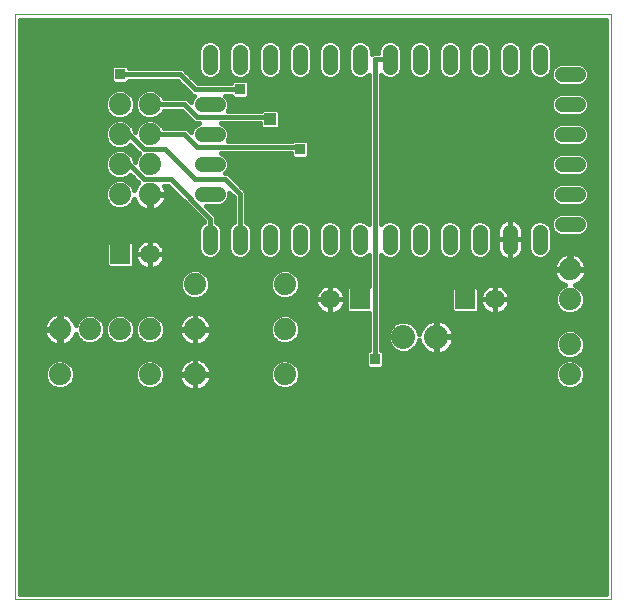
<source format=gbl>
G75*
%MOIN*%
%OFA0B0*%
%FSLAX25Y25*%
%IPPOS*%
%LPD*%
%AMOC8*
5,1,8,0,0,1.08239X$1,22.5*
%
%ADD10C,0.00000*%
%ADD11R,0.06500X0.06500*%
%ADD12C,0.06500*%
%ADD13C,0.07400*%
%ADD14C,0.05150*%
%ADD15C,0.08000*%
%ADD16C,0.01600*%
%ADD17R,0.03562X0.03562*%
%ADD18R,0.04134X0.04134*%
D10*
X0006800Y0006800D02*
X0006800Y0201761D01*
X0205501Y0201761D01*
X0205501Y0006800D01*
X0006800Y0006800D01*
D11*
X0121721Y0106800D03*
X0156879Y0106800D03*
X0041879Y0121800D03*
D12*
X0051721Y0121800D03*
X0111879Y0106800D03*
X0166721Y0106800D03*
D13*
X0191800Y0106800D03*
X0191800Y0116800D03*
X0191800Y0091800D03*
X0191800Y0081800D03*
X0096800Y0081800D03*
X0096800Y0096800D03*
X0096800Y0111800D03*
X0066800Y0111800D03*
X0066800Y0096800D03*
X0066800Y0081800D03*
X0051800Y0081800D03*
X0051800Y0096800D03*
X0041800Y0096800D03*
X0031800Y0096800D03*
X0021800Y0096800D03*
X0021800Y0081800D03*
X0041800Y0141800D03*
X0041800Y0151800D03*
X0041800Y0161800D03*
X0041800Y0171800D03*
X0051800Y0171800D03*
X0051800Y0161800D03*
X0051800Y0151800D03*
X0051800Y0141800D03*
D14*
X0069225Y0141800D02*
X0074375Y0141800D01*
X0074375Y0151800D02*
X0069225Y0151800D01*
X0069225Y0161800D02*
X0074375Y0161800D01*
X0074375Y0171800D02*
X0069225Y0171800D01*
X0071800Y0184225D02*
X0071800Y0189375D01*
X0081800Y0189375D02*
X0081800Y0184225D01*
X0091800Y0184225D02*
X0091800Y0189375D01*
X0101800Y0189375D02*
X0101800Y0184225D01*
X0111800Y0184225D02*
X0111800Y0189375D01*
X0121800Y0189375D02*
X0121800Y0184225D01*
X0131800Y0184225D02*
X0131800Y0189375D01*
X0141800Y0189375D02*
X0141800Y0184225D01*
X0151800Y0184225D02*
X0151800Y0189375D01*
X0161800Y0189375D02*
X0161800Y0184225D01*
X0171800Y0184225D02*
X0171800Y0189375D01*
X0181800Y0189375D02*
X0181800Y0184225D01*
X0189225Y0181800D02*
X0194375Y0181800D01*
X0194375Y0171800D02*
X0189225Y0171800D01*
X0189225Y0161800D02*
X0194375Y0161800D01*
X0194375Y0151800D02*
X0189225Y0151800D01*
X0189225Y0141800D02*
X0194375Y0141800D01*
X0194375Y0131800D02*
X0189225Y0131800D01*
X0181800Y0129375D02*
X0181800Y0124225D01*
X0171800Y0124225D02*
X0171800Y0129375D01*
X0161800Y0129375D02*
X0161800Y0124225D01*
X0151800Y0124225D02*
X0151800Y0129375D01*
X0141800Y0129375D02*
X0141800Y0124225D01*
X0131800Y0124225D02*
X0131800Y0129375D01*
X0121800Y0129375D02*
X0121800Y0124225D01*
X0111800Y0124225D02*
X0111800Y0129375D01*
X0101800Y0129375D02*
X0101800Y0124225D01*
X0091800Y0124225D02*
X0091800Y0129375D01*
X0081800Y0129375D02*
X0081800Y0124225D01*
X0071800Y0124225D02*
X0071800Y0129375D01*
D15*
X0136300Y0094300D03*
X0147300Y0094300D03*
D16*
X0147500Y0094500D02*
X0147100Y0094500D01*
X0147100Y0100100D01*
X0146844Y0100100D01*
X0145942Y0099957D01*
X0145074Y0099675D01*
X0144260Y0099261D01*
X0143522Y0098724D01*
X0142876Y0098078D01*
X0142339Y0097340D01*
X0141925Y0096526D01*
X0141643Y0095658D01*
X0141596Y0095363D01*
X0140793Y0097302D01*
X0139302Y0098793D01*
X0137354Y0099600D01*
X0135246Y0099600D01*
X0133298Y0098793D01*
X0131807Y0097302D01*
X0131000Y0095354D01*
X0131000Y0093246D01*
X0131807Y0091298D01*
X0133298Y0089807D01*
X0135246Y0089000D01*
X0137354Y0089000D01*
X0139302Y0089807D01*
X0140793Y0091298D01*
X0141596Y0093236D01*
X0141643Y0092942D01*
X0141925Y0092074D01*
X0142339Y0091260D01*
X0142876Y0090522D01*
X0143522Y0089876D01*
X0144260Y0089339D01*
X0145074Y0088925D01*
X0145942Y0088643D01*
X0146844Y0088500D01*
X0147100Y0088500D01*
X0147100Y0094100D01*
X0147500Y0094100D01*
X0147500Y0094500D01*
X0153100Y0094500D01*
X0153100Y0094756D01*
X0152957Y0095658D01*
X0152675Y0096526D01*
X0152261Y0097340D01*
X0151724Y0098078D01*
X0151078Y0098724D01*
X0150340Y0099261D01*
X0149526Y0099675D01*
X0148658Y0099957D01*
X0147756Y0100100D01*
X0147500Y0100100D01*
X0147500Y0094500D01*
X0147500Y0094718D02*
X0147100Y0094718D01*
X0147500Y0094100D02*
X0153100Y0094100D01*
X0153100Y0093844D01*
X0152957Y0092942D01*
X0152675Y0092074D01*
X0152261Y0091260D01*
X0151724Y0090522D01*
X0151078Y0089876D01*
X0150340Y0089339D01*
X0149526Y0088925D01*
X0148658Y0088643D01*
X0147756Y0088500D01*
X0147500Y0088500D01*
X0147500Y0094100D01*
X0147500Y0093120D02*
X0147100Y0093120D01*
X0147100Y0091521D02*
X0147500Y0091521D01*
X0147500Y0089923D02*
X0147100Y0089923D01*
X0143475Y0089923D02*
X0139418Y0089923D01*
X0140886Y0091521D02*
X0142206Y0091521D01*
X0141615Y0093120D02*
X0141548Y0093120D01*
X0141857Y0096317D02*
X0141201Y0096317D01*
X0140180Y0097915D02*
X0142757Y0097915D01*
X0144757Y0099514D02*
X0137563Y0099514D01*
X0135037Y0099514D02*
X0128900Y0099514D01*
X0128900Y0101112D02*
X0203701Y0101112D01*
X0203701Y0099514D02*
X0149843Y0099514D01*
X0147500Y0099514D02*
X0147100Y0099514D01*
X0147100Y0097915D02*
X0147500Y0097915D01*
X0147500Y0096317D02*
X0147100Y0096317D01*
X0151843Y0097915D02*
X0203701Y0097915D01*
X0203701Y0096317D02*
X0193961Y0096317D01*
X0194632Y0096039D02*
X0192795Y0096800D01*
X0190805Y0096800D01*
X0188968Y0096039D01*
X0187561Y0094632D01*
X0186800Y0092795D01*
X0186800Y0090805D01*
X0187561Y0088968D01*
X0188968Y0087561D01*
X0190805Y0086800D01*
X0192795Y0086800D01*
X0194632Y0087561D01*
X0196039Y0088968D01*
X0196800Y0090805D01*
X0196800Y0092795D01*
X0196039Y0094632D01*
X0194632Y0096039D01*
X0195953Y0094718D02*
X0203701Y0094718D01*
X0203701Y0093120D02*
X0196665Y0093120D01*
X0196800Y0091521D02*
X0203701Y0091521D01*
X0203701Y0089923D02*
X0196434Y0089923D01*
X0195395Y0088324D02*
X0203701Y0088324D01*
X0203701Y0086726D02*
X0192974Y0086726D01*
X0192795Y0086800D02*
X0190805Y0086800D01*
X0188968Y0086039D01*
X0187561Y0084632D01*
X0186800Y0082795D01*
X0186800Y0080805D01*
X0187561Y0078968D01*
X0188968Y0077561D01*
X0190805Y0076800D01*
X0192795Y0076800D01*
X0194632Y0077561D01*
X0196039Y0078968D01*
X0196800Y0080805D01*
X0196800Y0082795D01*
X0196039Y0084632D01*
X0194632Y0086039D01*
X0192795Y0086800D01*
X0190626Y0086726D02*
X0129881Y0086726D01*
X0129881Y0088324D02*
X0188205Y0088324D01*
X0187166Y0089923D02*
X0151125Y0089923D01*
X0152394Y0091521D02*
X0186800Y0091521D01*
X0186935Y0093120D02*
X0152985Y0093120D01*
X0153100Y0094718D02*
X0187647Y0094718D01*
X0189639Y0096317D02*
X0152743Y0096317D01*
X0153090Y0102250D02*
X0160667Y0102250D01*
X0161429Y0103012D01*
X0161429Y0110588D01*
X0160667Y0111350D01*
X0153090Y0111350D01*
X0152329Y0110588D01*
X0152329Y0103012D01*
X0153090Y0102250D01*
X0152630Y0102711D02*
X0128900Y0102711D01*
X0128900Y0104309D02*
X0152329Y0104309D01*
X0152329Y0105908D02*
X0128900Y0105908D01*
X0128900Y0107506D02*
X0152329Y0107506D01*
X0152329Y0109105D02*
X0128900Y0109105D01*
X0128900Y0110703D02*
X0152444Y0110703D01*
X0161314Y0110703D02*
X0163502Y0110703D01*
X0163431Y0110652D02*
X0164074Y0111119D01*
X0164783Y0111480D01*
X0165539Y0111726D01*
X0166324Y0111850D01*
X0166721Y0111850D01*
X0166721Y0106800D01*
X0166721Y0106800D01*
X0161671Y0106800D01*
X0161671Y0106403D01*
X0161796Y0105617D01*
X0162041Y0104861D01*
X0162402Y0104153D01*
X0162869Y0103510D01*
X0163431Y0102948D01*
X0164074Y0102481D01*
X0164783Y0102120D01*
X0165539Y0101874D01*
X0166324Y0101750D01*
X0166721Y0101750D01*
X0166721Y0106800D01*
X0161671Y0106800D01*
X0161671Y0107197D01*
X0161796Y0107983D01*
X0162041Y0108739D01*
X0162402Y0109447D01*
X0162869Y0110090D01*
X0163431Y0110652D01*
X0162228Y0109105D02*
X0161429Y0109105D01*
X0161429Y0107506D02*
X0161720Y0107506D01*
X0161750Y0105908D02*
X0161429Y0105908D01*
X0161429Y0104309D02*
X0162323Y0104309D01*
X0161128Y0102711D02*
X0163758Y0102711D01*
X0166721Y0102711D02*
X0166721Y0102711D01*
X0166721Y0101750D02*
X0167119Y0101750D01*
X0167904Y0101874D01*
X0168660Y0102120D01*
X0169368Y0102481D01*
X0170011Y0102948D01*
X0170573Y0103510D01*
X0171040Y0104153D01*
X0171401Y0104861D01*
X0171647Y0105617D01*
X0171771Y0106403D01*
X0171771Y0106800D01*
X0171771Y0107197D01*
X0171647Y0107983D01*
X0171401Y0108739D01*
X0171040Y0109447D01*
X0170573Y0110090D01*
X0170011Y0110652D01*
X0169368Y0111119D01*
X0168660Y0111480D01*
X0167904Y0111726D01*
X0167119Y0111850D01*
X0166721Y0111850D01*
X0166721Y0106800D01*
X0166721Y0106800D01*
X0166721Y0106800D01*
X0166721Y0101750D01*
X0166721Y0104309D02*
X0166721Y0104309D01*
X0166721Y0105908D02*
X0166721Y0105908D01*
X0166721Y0106800D02*
X0166721Y0106800D01*
X0171771Y0106800D01*
X0166721Y0106800D01*
X0166721Y0107506D02*
X0166721Y0107506D01*
X0166721Y0109105D02*
X0166721Y0109105D01*
X0166721Y0110703D02*
X0166721Y0110703D01*
X0169940Y0110703D02*
X0188632Y0110703D01*
X0188968Y0111039D02*
X0187561Y0109632D01*
X0186800Y0107795D01*
X0186800Y0105805D01*
X0187561Y0103968D01*
X0188968Y0102561D01*
X0190805Y0101800D01*
X0192795Y0101800D01*
X0194632Y0102561D01*
X0196039Y0103968D01*
X0196800Y0105805D01*
X0196800Y0107795D01*
X0196039Y0109632D01*
X0194632Y0111039D01*
X0193417Y0111542D01*
X0193911Y0111703D01*
X0194683Y0112096D01*
X0195383Y0112605D01*
X0195995Y0113217D01*
X0196504Y0113917D01*
X0196897Y0114689D01*
X0197165Y0115512D01*
X0197300Y0116367D01*
X0197300Y0116600D01*
X0192000Y0116600D01*
X0192000Y0117000D01*
X0197300Y0117000D01*
X0197300Y0117233D01*
X0197165Y0118088D01*
X0196897Y0118911D01*
X0196504Y0119683D01*
X0195995Y0120383D01*
X0195383Y0120995D01*
X0194683Y0121504D01*
X0193911Y0121897D01*
X0193088Y0122165D01*
X0192233Y0122300D01*
X0192000Y0122300D01*
X0192000Y0117000D01*
X0191600Y0117000D01*
X0191600Y0122300D01*
X0191367Y0122300D01*
X0190512Y0122165D01*
X0189689Y0121897D01*
X0188917Y0121504D01*
X0188217Y0120995D01*
X0187605Y0120383D01*
X0187096Y0119683D01*
X0186703Y0118911D01*
X0186435Y0118088D01*
X0186300Y0117233D01*
X0186300Y0117000D01*
X0191600Y0117000D01*
X0191600Y0116600D01*
X0186300Y0116600D01*
X0186300Y0116367D01*
X0186435Y0115512D01*
X0186703Y0114689D01*
X0187096Y0113917D01*
X0187605Y0113217D01*
X0188217Y0112605D01*
X0188917Y0112096D01*
X0189689Y0111703D01*
X0190183Y0111542D01*
X0188968Y0111039D01*
X0188634Y0112302D02*
X0128900Y0112302D01*
X0128900Y0113900D02*
X0187108Y0113900D01*
X0186440Y0115499D02*
X0128900Y0115499D01*
X0128900Y0117097D02*
X0186300Y0117097D01*
X0186633Y0118696D02*
X0128900Y0118696D01*
X0128900Y0120294D02*
X0169878Y0120294D01*
X0170121Y0120171D02*
X0170776Y0119958D01*
X0171456Y0119850D01*
X0171800Y0119850D01*
X0171800Y0126800D01*
X0171800Y0126800D01*
X0171800Y0133750D01*
X0171456Y0133750D01*
X0170776Y0133642D01*
X0170121Y0133429D01*
X0169507Y0133116D01*
X0168950Y0132712D01*
X0168463Y0132225D01*
X0168058Y0131668D01*
X0167746Y0131054D01*
X0167533Y0130399D01*
X0167425Y0129719D01*
X0167425Y0126800D01*
X0171800Y0126800D01*
X0176175Y0126800D01*
X0176175Y0129719D01*
X0176067Y0130399D01*
X0175854Y0131054D01*
X0175542Y0131668D01*
X0175137Y0132225D01*
X0174650Y0132712D01*
X0174093Y0133116D01*
X0173479Y0133429D01*
X0172824Y0133642D01*
X0172144Y0133750D01*
X0171800Y0133750D01*
X0171800Y0126800D01*
X0171800Y0126800D01*
X0171800Y0126800D01*
X0176175Y0126800D01*
X0176175Y0123881D01*
X0176067Y0123201D01*
X0175854Y0122546D01*
X0175542Y0121932D01*
X0175137Y0121375D01*
X0174650Y0120888D01*
X0174093Y0120484D01*
X0173479Y0120171D01*
X0172824Y0119958D01*
X0172144Y0119850D01*
X0171800Y0119850D01*
X0171800Y0126800D01*
X0171800Y0126800D01*
X0167425Y0126800D01*
X0167425Y0123881D01*
X0167533Y0123201D01*
X0167746Y0122546D01*
X0168058Y0121932D01*
X0168463Y0121375D01*
X0168950Y0120888D01*
X0169507Y0120484D01*
X0170121Y0120171D01*
X0171800Y0120294D02*
X0171800Y0120294D01*
X0171800Y0121893D02*
X0171800Y0121893D01*
X0171800Y0123491D02*
X0171800Y0123491D01*
X0171800Y0125090D02*
X0171800Y0125090D01*
X0171800Y0126688D02*
X0171800Y0126688D01*
X0171800Y0128287D02*
X0171800Y0128287D01*
X0171800Y0129885D02*
X0171800Y0129885D01*
X0171800Y0131484D02*
X0171800Y0131484D01*
X0171800Y0133082D02*
X0171800Y0133082D01*
X0169460Y0133082D02*
X0162974Y0133082D01*
X0162571Y0133250D02*
X0161029Y0133250D01*
X0159605Y0132660D01*
X0158515Y0131570D01*
X0157925Y0130146D01*
X0157925Y0123454D01*
X0158515Y0122030D01*
X0159605Y0120940D01*
X0161029Y0120350D01*
X0162571Y0120350D01*
X0163995Y0120940D01*
X0165085Y0122030D01*
X0165675Y0123454D01*
X0165675Y0130146D01*
X0165085Y0131570D01*
X0163995Y0132660D01*
X0162571Y0133250D01*
X0160626Y0133082D02*
X0152974Y0133082D01*
X0152571Y0133250D02*
X0151029Y0133250D01*
X0149605Y0132660D01*
X0148515Y0131570D01*
X0147925Y0130146D01*
X0147925Y0123454D01*
X0148515Y0122030D01*
X0149605Y0120940D01*
X0151029Y0120350D01*
X0152571Y0120350D01*
X0153995Y0120940D01*
X0155085Y0122030D01*
X0155675Y0123454D01*
X0155675Y0130146D01*
X0155085Y0131570D01*
X0153995Y0132660D01*
X0152571Y0133250D01*
X0150626Y0133082D02*
X0142974Y0133082D01*
X0142571Y0133250D02*
X0141029Y0133250D01*
X0139605Y0132660D01*
X0138515Y0131570D01*
X0137925Y0130146D01*
X0137925Y0123454D01*
X0138515Y0122030D01*
X0139605Y0120940D01*
X0141029Y0120350D01*
X0142571Y0120350D01*
X0143995Y0120940D01*
X0145085Y0122030D01*
X0145675Y0123454D01*
X0145675Y0130146D01*
X0145085Y0131570D01*
X0143995Y0132660D01*
X0142571Y0133250D01*
X0140626Y0133082D02*
X0132974Y0133082D01*
X0132571Y0133250D02*
X0131029Y0133250D01*
X0129605Y0132660D01*
X0128900Y0131955D01*
X0128900Y0181645D01*
X0129605Y0180940D01*
X0131029Y0180350D01*
X0132571Y0180350D01*
X0133995Y0180940D01*
X0135085Y0182030D01*
X0135675Y0183454D01*
X0135675Y0190146D01*
X0135085Y0191570D01*
X0133995Y0192660D01*
X0132571Y0193250D01*
X0131029Y0193250D01*
X0129605Y0192660D01*
X0128515Y0191570D01*
X0127925Y0190146D01*
X0127925Y0188900D01*
X0125930Y0188900D01*
X0125675Y0188645D01*
X0125675Y0190146D01*
X0125085Y0191570D01*
X0123995Y0192660D01*
X0122571Y0193250D01*
X0121029Y0193250D01*
X0119605Y0192660D01*
X0118515Y0191570D01*
X0117925Y0190146D01*
X0117925Y0183454D01*
X0118515Y0182030D01*
X0119605Y0180940D01*
X0121029Y0180350D01*
X0122571Y0180350D01*
X0123995Y0180940D01*
X0124700Y0181645D01*
X0124700Y0131955D01*
X0123995Y0132660D01*
X0122571Y0133250D01*
X0121029Y0133250D01*
X0119605Y0132660D01*
X0118515Y0131570D01*
X0117925Y0130146D01*
X0117925Y0123454D01*
X0118515Y0122030D01*
X0119605Y0120940D01*
X0121029Y0120350D01*
X0122571Y0120350D01*
X0123995Y0120940D01*
X0124700Y0121645D01*
X0124700Y0111350D01*
X0117933Y0111350D01*
X0117171Y0110588D01*
X0117171Y0103012D01*
X0117933Y0102250D01*
X0124700Y0102250D01*
X0124700Y0089881D01*
X0124480Y0089881D01*
X0123719Y0089120D01*
X0123719Y0084480D01*
X0124480Y0083719D01*
X0129120Y0083719D01*
X0129881Y0084480D01*
X0129881Y0089120D01*
X0129120Y0089881D01*
X0128900Y0089881D01*
X0128900Y0121645D01*
X0129605Y0120940D01*
X0131029Y0120350D01*
X0132571Y0120350D01*
X0133995Y0120940D01*
X0135085Y0122030D01*
X0135675Y0123454D01*
X0135675Y0130146D01*
X0135085Y0131570D01*
X0133995Y0132660D01*
X0132571Y0133250D01*
X0130626Y0133082D02*
X0128900Y0133082D01*
X0128900Y0134681D02*
X0186626Y0134681D01*
X0187030Y0135085D02*
X0185940Y0133995D01*
X0185350Y0132571D01*
X0185350Y0131029D01*
X0185940Y0129605D01*
X0187030Y0128515D01*
X0188454Y0127925D01*
X0195146Y0127925D01*
X0196570Y0128515D01*
X0197660Y0129605D01*
X0198250Y0131029D01*
X0198250Y0132571D01*
X0197660Y0133995D01*
X0196570Y0135085D01*
X0195146Y0135675D01*
X0188454Y0135675D01*
X0187030Y0135085D01*
X0185562Y0133082D02*
X0182974Y0133082D01*
X0182571Y0133250D02*
X0181029Y0133250D01*
X0179605Y0132660D01*
X0178515Y0131570D01*
X0177925Y0130146D01*
X0177925Y0123454D01*
X0178515Y0122030D01*
X0179605Y0120940D01*
X0181029Y0120350D01*
X0182571Y0120350D01*
X0183995Y0120940D01*
X0185085Y0122030D01*
X0185675Y0123454D01*
X0185675Y0130146D01*
X0185085Y0131570D01*
X0183995Y0132660D01*
X0182571Y0133250D01*
X0180626Y0133082D02*
X0174140Y0133082D01*
X0175635Y0131484D02*
X0178480Y0131484D01*
X0177925Y0129885D02*
X0176148Y0129885D01*
X0176175Y0128287D02*
X0177925Y0128287D01*
X0177925Y0126688D02*
X0176175Y0126688D01*
X0176175Y0125090D02*
X0177925Y0125090D01*
X0177925Y0123491D02*
X0176113Y0123491D01*
X0175513Y0121893D02*
X0178653Y0121893D01*
X0173722Y0120294D02*
X0187540Y0120294D01*
X0189680Y0121893D02*
X0184947Y0121893D01*
X0185675Y0123491D02*
X0203701Y0123491D01*
X0203701Y0121893D02*
X0193920Y0121893D01*
X0192000Y0121893D02*
X0191600Y0121893D01*
X0191600Y0120294D02*
X0192000Y0120294D01*
X0192000Y0118696D02*
X0191600Y0118696D01*
X0191600Y0117097D02*
X0192000Y0117097D01*
X0196060Y0120294D02*
X0203701Y0120294D01*
X0203701Y0118696D02*
X0196967Y0118696D01*
X0197300Y0117097D02*
X0203701Y0117097D01*
X0203701Y0115499D02*
X0197160Y0115499D01*
X0196492Y0113900D02*
X0203701Y0113900D01*
X0203701Y0112302D02*
X0194966Y0112302D01*
X0194968Y0110703D02*
X0203701Y0110703D01*
X0203701Y0109105D02*
X0196257Y0109105D01*
X0196800Y0107506D02*
X0203701Y0107506D01*
X0203701Y0105908D02*
X0196800Y0105908D01*
X0196180Y0104309D02*
X0203701Y0104309D01*
X0203701Y0102711D02*
X0194782Y0102711D01*
X0188818Y0102711D02*
X0169684Y0102711D01*
X0171120Y0104309D02*
X0187420Y0104309D01*
X0186800Y0105908D02*
X0171693Y0105908D01*
X0171722Y0107506D02*
X0186800Y0107506D01*
X0187343Y0109105D02*
X0171215Y0109105D01*
X0168087Y0121893D02*
X0164947Y0121893D01*
X0165675Y0123491D02*
X0167487Y0123491D01*
X0167425Y0125090D02*
X0165675Y0125090D01*
X0165675Y0126688D02*
X0167425Y0126688D01*
X0167425Y0128287D02*
X0165675Y0128287D01*
X0165675Y0129885D02*
X0167452Y0129885D01*
X0167965Y0131484D02*
X0165120Y0131484D01*
X0158480Y0131484D02*
X0155120Y0131484D01*
X0155675Y0129885D02*
X0157925Y0129885D01*
X0157925Y0128287D02*
X0155675Y0128287D01*
X0155675Y0126688D02*
X0157925Y0126688D01*
X0157925Y0125090D02*
X0155675Y0125090D01*
X0155675Y0123491D02*
X0157925Y0123491D01*
X0158653Y0121893D02*
X0154947Y0121893D01*
X0148653Y0121893D02*
X0144947Y0121893D01*
X0145675Y0123491D02*
X0147925Y0123491D01*
X0147925Y0125090D02*
X0145675Y0125090D01*
X0145675Y0126688D02*
X0147925Y0126688D01*
X0147925Y0128287D02*
X0145675Y0128287D01*
X0145675Y0129885D02*
X0147925Y0129885D01*
X0148480Y0131484D02*
X0145120Y0131484D01*
X0138480Y0131484D02*
X0135120Y0131484D01*
X0135675Y0129885D02*
X0137925Y0129885D01*
X0137925Y0128287D02*
X0135675Y0128287D01*
X0135675Y0126688D02*
X0137925Y0126688D01*
X0137925Y0125090D02*
X0135675Y0125090D01*
X0135675Y0123491D02*
X0137925Y0123491D01*
X0138653Y0121893D02*
X0134947Y0121893D01*
X0124700Y0120294D02*
X0056542Y0120294D01*
X0056647Y0120617D02*
X0056771Y0121403D01*
X0056771Y0121800D01*
X0056771Y0122197D01*
X0056647Y0122983D01*
X0056401Y0123739D01*
X0056040Y0124447D01*
X0055573Y0125090D01*
X0055011Y0125652D01*
X0054368Y0126119D01*
X0053660Y0126480D01*
X0052904Y0126726D01*
X0052119Y0126850D01*
X0051721Y0126850D01*
X0051324Y0126850D01*
X0050539Y0126726D01*
X0049783Y0126480D01*
X0049074Y0126119D01*
X0048431Y0125652D01*
X0047869Y0125090D01*
X0046429Y0125090D01*
X0046429Y0125588D02*
X0045667Y0126350D01*
X0038090Y0126350D01*
X0037329Y0125588D01*
X0037329Y0118012D01*
X0038090Y0117250D01*
X0045667Y0117250D01*
X0046429Y0118012D01*
X0046429Y0125588D01*
X0047402Y0124447D02*
X0047041Y0123739D01*
X0046796Y0122983D01*
X0046671Y0122197D01*
X0046671Y0121800D01*
X0046671Y0121403D01*
X0046796Y0120617D01*
X0047041Y0119861D01*
X0047402Y0119153D01*
X0047869Y0118510D01*
X0048431Y0117948D01*
X0049074Y0117481D01*
X0049783Y0117120D01*
X0050539Y0116874D01*
X0051324Y0116750D01*
X0051721Y0116750D01*
X0051721Y0121800D01*
X0051721Y0121800D01*
X0046671Y0121800D01*
X0051721Y0121800D01*
X0051721Y0121800D01*
X0051721Y0126850D01*
X0051721Y0121800D01*
X0051721Y0121800D01*
X0051721Y0116750D01*
X0052119Y0116750D01*
X0052904Y0116874D01*
X0053660Y0117120D01*
X0054368Y0117481D01*
X0055011Y0117948D01*
X0055573Y0118510D01*
X0056040Y0119153D01*
X0056401Y0119861D01*
X0056647Y0120617D01*
X0056771Y0121800D02*
X0051721Y0121800D01*
X0056771Y0121800D01*
X0056771Y0121893D02*
X0068653Y0121893D01*
X0068515Y0122030D02*
X0069605Y0120940D01*
X0071029Y0120350D01*
X0072571Y0120350D01*
X0073995Y0120940D01*
X0075085Y0122030D01*
X0075675Y0123454D01*
X0075675Y0130146D01*
X0075085Y0131570D01*
X0073995Y0132660D01*
X0073900Y0132699D01*
X0073900Y0134615D01*
X0070590Y0137925D01*
X0075146Y0137925D01*
X0076570Y0138515D01*
X0077660Y0139605D01*
X0078250Y0141029D01*
X0078250Y0142381D01*
X0079700Y0140930D01*
X0079700Y0132699D01*
X0079605Y0132660D01*
X0078515Y0131570D01*
X0077925Y0130146D01*
X0077925Y0123454D01*
X0078515Y0122030D01*
X0079605Y0120940D01*
X0081029Y0120350D01*
X0082571Y0120350D01*
X0083995Y0120940D01*
X0085085Y0122030D01*
X0085675Y0123454D01*
X0085675Y0130146D01*
X0085085Y0131570D01*
X0083995Y0132660D01*
X0083900Y0132699D01*
X0083900Y0142670D01*
X0082670Y0143900D01*
X0077670Y0148900D01*
X0076955Y0148900D01*
X0077660Y0149605D01*
X0078250Y0151029D01*
X0078250Y0152571D01*
X0077660Y0153995D01*
X0076570Y0155085D01*
X0075507Y0155525D01*
X0098719Y0155525D01*
X0098719Y0154480D01*
X0099480Y0153719D01*
X0104120Y0153719D01*
X0104881Y0154480D01*
X0104881Y0159120D01*
X0104120Y0159881D01*
X0099480Y0159881D01*
X0099325Y0159725D01*
X0077709Y0159725D01*
X0078250Y0161029D01*
X0078250Y0162571D01*
X0077660Y0163995D01*
X0076570Y0165085D01*
X0075507Y0165525D01*
X0088433Y0165525D01*
X0088433Y0164195D01*
X0089195Y0163433D01*
X0094405Y0163433D01*
X0095167Y0164195D01*
X0095167Y0169405D01*
X0094405Y0170167D01*
X0089195Y0170167D01*
X0088753Y0169725D01*
X0077709Y0169725D01*
X0078250Y0171029D01*
X0078250Y0172571D01*
X0077660Y0173995D01*
X0076955Y0174700D01*
X0078719Y0174700D01*
X0078719Y0174480D01*
X0079480Y0173719D01*
X0084120Y0173719D01*
X0084881Y0174480D01*
X0084881Y0179120D01*
X0084120Y0179881D01*
X0079480Y0179881D01*
X0078719Y0179120D01*
X0078719Y0178900D01*
X0067670Y0178900D01*
X0062670Y0183900D01*
X0044881Y0183900D01*
X0044881Y0184120D01*
X0044120Y0184881D01*
X0039480Y0184881D01*
X0038719Y0184120D01*
X0038719Y0179480D01*
X0039480Y0178719D01*
X0044120Y0178719D01*
X0044881Y0179480D01*
X0044881Y0179700D01*
X0060930Y0179700D01*
X0064700Y0175930D01*
X0065930Y0174700D01*
X0066645Y0174700D01*
X0065940Y0173995D01*
X0065400Y0172691D01*
X0064191Y0173900D01*
X0056342Y0173900D01*
X0056039Y0174632D01*
X0054632Y0176039D01*
X0052795Y0176800D01*
X0050805Y0176800D01*
X0048968Y0176039D01*
X0047561Y0174632D01*
X0046800Y0172795D01*
X0046800Y0170805D01*
X0047561Y0168968D01*
X0048968Y0167561D01*
X0050805Y0166800D01*
X0048968Y0166039D01*
X0047561Y0164632D01*
X0046800Y0162795D01*
X0046039Y0164632D01*
X0044632Y0166039D01*
X0042795Y0166800D01*
X0040805Y0166800D01*
X0038968Y0166039D01*
X0037561Y0164632D01*
X0036800Y0162795D01*
X0036800Y0160805D01*
X0037561Y0158968D01*
X0038968Y0157561D01*
X0040805Y0156800D01*
X0038968Y0156039D01*
X0037561Y0154632D01*
X0036800Y0152795D01*
X0036800Y0150805D01*
X0037561Y0148968D01*
X0038968Y0147561D01*
X0040805Y0146800D01*
X0038968Y0146039D01*
X0037561Y0144632D01*
X0036800Y0142795D01*
X0036800Y0140805D01*
X0037561Y0138968D01*
X0038968Y0137561D01*
X0040805Y0136800D01*
X0042795Y0136800D01*
X0044632Y0137561D01*
X0046039Y0138968D01*
X0046542Y0140183D01*
X0046703Y0139689D01*
X0047096Y0138917D01*
X0047605Y0138217D01*
X0048217Y0137605D01*
X0048917Y0137096D01*
X0049689Y0136703D01*
X0050512Y0136435D01*
X0051367Y0136300D01*
X0051600Y0136300D01*
X0051600Y0141600D01*
X0052000Y0141600D01*
X0052000Y0142000D01*
X0057300Y0142000D01*
X0057300Y0142233D01*
X0057165Y0143088D01*
X0056897Y0143911D01*
X0056504Y0144683D01*
X0056491Y0144700D01*
X0057876Y0144700D01*
X0069700Y0132876D01*
X0069700Y0132699D01*
X0069605Y0132660D01*
X0068515Y0131570D01*
X0067925Y0130146D01*
X0067925Y0123454D01*
X0068515Y0122030D01*
X0067925Y0123491D02*
X0056482Y0123491D01*
X0055573Y0125090D02*
X0067925Y0125090D01*
X0067925Y0126688D02*
X0053019Y0126688D01*
X0051721Y0126688D02*
X0051721Y0126688D01*
X0050424Y0126688D02*
X0008600Y0126688D01*
X0008600Y0125090D02*
X0037329Y0125090D01*
X0037329Y0123491D02*
X0008600Y0123491D01*
X0008600Y0121893D02*
X0037329Y0121893D01*
X0037329Y0120294D02*
X0008600Y0120294D01*
X0008600Y0118696D02*
X0037329Y0118696D01*
X0046429Y0118696D02*
X0047734Y0118696D01*
X0046901Y0120294D02*
X0046429Y0120294D01*
X0046429Y0121893D02*
X0046671Y0121893D01*
X0046429Y0123491D02*
X0046961Y0123491D01*
X0047402Y0124447D02*
X0047869Y0125090D01*
X0051721Y0125090D02*
X0051721Y0125090D01*
X0051721Y0123491D02*
X0051721Y0123491D01*
X0051721Y0121893D02*
X0051721Y0121893D01*
X0051721Y0121800D02*
X0051721Y0121800D01*
X0051721Y0120294D02*
X0051721Y0120294D01*
X0051721Y0118696D02*
X0051721Y0118696D01*
X0051721Y0117097D02*
X0051721Y0117097D01*
X0049853Y0117097D02*
X0008600Y0117097D01*
X0008600Y0115499D02*
X0063428Y0115499D01*
X0063968Y0116039D02*
X0062561Y0114632D01*
X0061800Y0112795D01*
X0061800Y0110805D01*
X0062561Y0108968D01*
X0063968Y0107561D01*
X0065805Y0106800D01*
X0067795Y0106800D01*
X0069632Y0107561D01*
X0071039Y0108968D01*
X0071800Y0110805D01*
X0071800Y0112795D01*
X0071039Y0114632D01*
X0069632Y0116039D01*
X0067795Y0116800D01*
X0065805Y0116800D01*
X0063968Y0116039D01*
X0062258Y0113900D02*
X0008600Y0113900D01*
X0008600Y0112302D02*
X0061800Y0112302D01*
X0061842Y0110703D02*
X0008600Y0110703D01*
X0008600Y0109105D02*
X0062504Y0109105D01*
X0064100Y0107506D02*
X0008600Y0107506D01*
X0008600Y0105908D02*
X0106907Y0105908D01*
X0106953Y0105617D02*
X0107199Y0104861D01*
X0107560Y0104153D01*
X0108027Y0103510D01*
X0108589Y0102948D01*
X0109232Y0102481D01*
X0109940Y0102120D01*
X0110696Y0101874D01*
X0111481Y0101750D01*
X0111879Y0101750D01*
X0112276Y0101750D01*
X0113061Y0101874D01*
X0113817Y0102120D01*
X0114526Y0102481D01*
X0115169Y0102948D01*
X0115731Y0103510D01*
X0116198Y0104153D01*
X0116559Y0104861D01*
X0116804Y0105617D01*
X0116929Y0106403D01*
X0116929Y0106800D01*
X0116929Y0107197D01*
X0116804Y0107983D01*
X0116559Y0108739D01*
X0116198Y0109447D01*
X0115731Y0110090D01*
X0115169Y0110652D01*
X0114526Y0111119D01*
X0113817Y0111480D01*
X0113061Y0111726D01*
X0112276Y0111850D01*
X0111879Y0111850D01*
X0111879Y0106800D01*
X0116929Y0106800D01*
X0111879Y0106800D01*
X0111879Y0106800D01*
X0111879Y0106800D01*
X0111879Y0101750D01*
X0111879Y0106800D01*
X0111879Y0106800D01*
X0111879Y0111850D01*
X0111481Y0111850D01*
X0110696Y0111726D01*
X0109940Y0111480D01*
X0109232Y0111119D01*
X0108589Y0110652D01*
X0108027Y0110090D01*
X0107560Y0109447D01*
X0107199Y0108739D01*
X0106953Y0107983D01*
X0106829Y0107197D01*
X0106829Y0106800D01*
X0106829Y0106403D01*
X0106953Y0105617D01*
X0106829Y0106800D02*
X0111879Y0106800D01*
X0111879Y0106800D01*
X0106829Y0106800D01*
X0106878Y0107506D02*
X0099499Y0107506D01*
X0099632Y0107561D02*
X0101039Y0108968D01*
X0101800Y0110805D01*
X0101800Y0112795D01*
X0101039Y0114632D01*
X0099632Y0116039D01*
X0097795Y0116800D01*
X0095805Y0116800D01*
X0093968Y0116039D01*
X0092561Y0114632D01*
X0091800Y0112795D01*
X0091800Y0110805D01*
X0092561Y0108968D01*
X0093968Y0107561D01*
X0095805Y0106800D01*
X0097795Y0106800D01*
X0099632Y0107561D01*
X0101096Y0109105D02*
X0107385Y0109105D01*
X0108660Y0110703D02*
X0101758Y0110703D01*
X0101800Y0112302D02*
X0124700Y0112302D01*
X0124700Y0113900D02*
X0101342Y0113900D01*
X0100172Y0115499D02*
X0124700Y0115499D01*
X0124700Y0117097D02*
X0053590Y0117097D01*
X0055708Y0118696D02*
X0124700Y0118696D01*
X0118653Y0121893D02*
X0114947Y0121893D01*
X0115085Y0122030D02*
X0115675Y0123454D01*
X0115675Y0130146D01*
X0115085Y0131570D01*
X0113995Y0132660D01*
X0112571Y0133250D01*
X0111029Y0133250D01*
X0109605Y0132660D01*
X0108515Y0131570D01*
X0107925Y0130146D01*
X0107925Y0123454D01*
X0108515Y0122030D01*
X0109605Y0120940D01*
X0111029Y0120350D01*
X0112571Y0120350D01*
X0113995Y0120940D01*
X0115085Y0122030D01*
X0115675Y0123491D02*
X0117925Y0123491D01*
X0117925Y0125090D02*
X0115675Y0125090D01*
X0115675Y0126688D02*
X0117925Y0126688D01*
X0117925Y0128287D02*
X0115675Y0128287D01*
X0115675Y0129885D02*
X0117925Y0129885D01*
X0118480Y0131484D02*
X0115120Y0131484D01*
X0112974Y0133082D02*
X0120626Y0133082D01*
X0122974Y0133082D02*
X0124700Y0133082D01*
X0124700Y0134681D02*
X0083900Y0134681D01*
X0083900Y0136279D02*
X0124700Y0136279D01*
X0124700Y0137878D02*
X0083900Y0137878D01*
X0083900Y0139476D02*
X0124700Y0139476D01*
X0124700Y0141075D02*
X0083900Y0141075D01*
X0083896Y0142673D02*
X0124700Y0142673D01*
X0124700Y0144272D02*
X0082298Y0144272D01*
X0080699Y0145870D02*
X0124700Y0145870D01*
X0124700Y0147469D02*
X0079101Y0147469D01*
X0077122Y0149068D02*
X0124700Y0149068D01*
X0124700Y0150666D02*
X0078099Y0150666D01*
X0078250Y0152265D02*
X0124700Y0152265D01*
X0124700Y0153863D02*
X0104264Y0153863D01*
X0104881Y0155462D02*
X0124700Y0155462D01*
X0124700Y0157060D02*
X0104881Y0157060D01*
X0104881Y0158659D02*
X0124700Y0158659D01*
X0124700Y0160257D02*
X0077930Y0160257D01*
X0078250Y0161856D02*
X0124700Y0161856D01*
X0124700Y0163454D02*
X0094426Y0163454D01*
X0095167Y0165053D02*
X0124700Y0165053D01*
X0124700Y0166651D02*
X0095167Y0166651D01*
X0095167Y0168250D02*
X0124700Y0168250D01*
X0124700Y0169848D02*
X0094724Y0169848D01*
X0091800Y0166800D02*
X0090975Y0167625D01*
X0067496Y0167625D01*
X0063321Y0171800D01*
X0051800Y0171800D01*
X0055321Y0168250D02*
X0063902Y0168250D01*
X0062451Y0169700D02*
X0065396Y0166755D01*
X0066626Y0165525D01*
X0068093Y0165525D01*
X0067030Y0165085D01*
X0065940Y0163995D01*
X0065400Y0162691D01*
X0064191Y0163900D01*
X0056342Y0163900D01*
X0056039Y0164632D01*
X0054632Y0166039D01*
X0052795Y0166800D01*
X0050805Y0166800D01*
X0052795Y0166800D01*
X0054632Y0167561D01*
X0056039Y0168968D01*
X0056342Y0169700D01*
X0062451Y0169700D01*
X0065500Y0166651D02*
X0053154Y0166651D01*
X0050446Y0166651D02*
X0043154Y0166651D01*
X0042795Y0166800D02*
X0044632Y0167561D01*
X0046039Y0168968D01*
X0046800Y0170805D01*
X0046800Y0172795D01*
X0046039Y0174632D01*
X0044632Y0176039D01*
X0042795Y0176800D01*
X0040805Y0176800D01*
X0038968Y0176039D01*
X0037561Y0174632D01*
X0036800Y0172795D01*
X0036800Y0170805D01*
X0037561Y0168968D01*
X0038968Y0167561D01*
X0040805Y0166800D01*
X0042795Y0166800D01*
X0045321Y0168250D02*
X0048279Y0168250D01*
X0047197Y0169848D02*
X0046403Y0169848D01*
X0046800Y0171447D02*
X0046800Y0171447D01*
X0046696Y0173045D02*
X0046904Y0173045D01*
X0047573Y0174644D02*
X0046027Y0174644D01*
X0044141Y0176242D02*
X0049459Y0176242D01*
X0054141Y0176242D02*
X0064388Y0176242D01*
X0062789Y0177841D02*
X0008600Y0177841D01*
X0008600Y0179439D02*
X0038760Y0179439D01*
X0038719Y0181038D02*
X0008600Y0181038D01*
X0008600Y0182636D02*
X0038719Y0182636D01*
X0038834Y0184235D02*
X0008600Y0184235D01*
X0008600Y0185833D02*
X0067925Y0185833D01*
X0067925Y0184235D02*
X0044766Y0184235D01*
X0041800Y0181800D02*
X0061800Y0181800D01*
X0066800Y0176800D01*
X0081800Y0176800D01*
X0084881Y0176242D02*
X0124700Y0176242D01*
X0124700Y0174644D02*
X0084881Y0174644D01*
X0084881Y0177841D02*
X0124700Y0177841D01*
X0124700Y0179439D02*
X0084561Y0179439D01*
X0083995Y0180940D02*
X0085085Y0182030D01*
X0085675Y0183454D01*
X0085675Y0190146D01*
X0085085Y0191570D01*
X0083995Y0192660D01*
X0082571Y0193250D01*
X0081029Y0193250D01*
X0079605Y0192660D01*
X0078515Y0191570D01*
X0077925Y0190146D01*
X0077925Y0183454D01*
X0078515Y0182030D01*
X0079605Y0180940D01*
X0081029Y0180350D01*
X0082571Y0180350D01*
X0083995Y0180940D01*
X0084092Y0181038D02*
X0089508Y0181038D01*
X0089605Y0180940D02*
X0088515Y0182030D01*
X0087925Y0183454D01*
X0087925Y0190146D01*
X0088515Y0191570D01*
X0089605Y0192660D01*
X0091029Y0193250D01*
X0092571Y0193250D01*
X0093995Y0192660D01*
X0095085Y0191570D01*
X0095675Y0190146D01*
X0095675Y0183454D01*
X0095085Y0182030D01*
X0093995Y0180940D01*
X0092571Y0180350D01*
X0091029Y0180350D01*
X0089605Y0180940D01*
X0088264Y0182636D02*
X0085336Y0182636D01*
X0085675Y0184235D02*
X0087925Y0184235D01*
X0087925Y0185833D02*
X0085675Y0185833D01*
X0085675Y0187432D02*
X0087925Y0187432D01*
X0087925Y0189030D02*
X0085675Y0189030D01*
X0085475Y0190629D02*
X0088125Y0190629D01*
X0089173Y0192227D02*
X0084427Y0192227D01*
X0079173Y0192227D02*
X0074427Y0192227D01*
X0073995Y0192660D02*
X0072571Y0193250D01*
X0071029Y0193250D01*
X0069605Y0192660D01*
X0068515Y0191570D01*
X0067925Y0190146D01*
X0067925Y0183454D01*
X0068515Y0182030D01*
X0069605Y0180940D01*
X0071029Y0180350D01*
X0072571Y0180350D01*
X0073995Y0180940D01*
X0075085Y0182030D01*
X0075675Y0183454D01*
X0075675Y0190146D01*
X0075085Y0191570D01*
X0073995Y0192660D01*
X0075475Y0190629D02*
X0078125Y0190629D01*
X0077925Y0189030D02*
X0075675Y0189030D01*
X0075675Y0187432D02*
X0077925Y0187432D01*
X0077925Y0185833D02*
X0075675Y0185833D01*
X0075675Y0184235D02*
X0077925Y0184235D01*
X0078264Y0182636D02*
X0075336Y0182636D01*
X0074092Y0181038D02*
X0079508Y0181038D01*
X0079039Y0179439D02*
X0067131Y0179439D01*
X0065532Y0181038D02*
X0069508Y0181038D01*
X0068264Y0182636D02*
X0063934Y0182636D01*
X0061191Y0179439D02*
X0044840Y0179439D01*
X0039459Y0176242D02*
X0008600Y0176242D01*
X0008600Y0174644D02*
X0037573Y0174644D01*
X0036904Y0173045D02*
X0008600Y0173045D01*
X0008600Y0171447D02*
X0036800Y0171447D01*
X0037197Y0169848D02*
X0008600Y0169848D01*
X0008600Y0168250D02*
X0038279Y0168250D01*
X0040446Y0166651D02*
X0008600Y0166651D01*
X0008600Y0165053D02*
X0037982Y0165053D01*
X0037073Y0163454D02*
X0008600Y0163454D01*
X0008600Y0161856D02*
X0036800Y0161856D01*
X0037027Y0160257D02*
X0008600Y0160257D01*
X0008600Y0158659D02*
X0037870Y0158659D01*
X0040178Y0157060D02*
X0008600Y0157060D01*
X0008600Y0155462D02*
X0038390Y0155462D01*
X0037243Y0153863D02*
X0008600Y0153863D01*
X0008600Y0152265D02*
X0036800Y0152265D01*
X0036858Y0150666D02*
X0008600Y0150666D01*
X0008600Y0149068D02*
X0037520Y0149068D01*
X0039190Y0147469D02*
X0008600Y0147469D01*
X0008600Y0145870D02*
X0038799Y0145870D01*
X0037412Y0144272D02*
X0008600Y0144272D01*
X0008600Y0142673D02*
X0036800Y0142673D01*
X0036800Y0141075D02*
X0008600Y0141075D01*
X0008600Y0139476D02*
X0037350Y0139476D01*
X0038651Y0137878D02*
X0008600Y0137878D01*
X0008600Y0136279D02*
X0066296Y0136279D01*
X0067895Y0134681D02*
X0008600Y0134681D01*
X0008600Y0133082D02*
X0069493Y0133082D01*
X0068480Y0131484D02*
X0008600Y0131484D01*
X0008600Y0129885D02*
X0067925Y0129885D01*
X0067925Y0128287D02*
X0008600Y0128287D01*
X0008600Y0104309D02*
X0107480Y0104309D01*
X0108916Y0102711D02*
X0008600Y0102711D01*
X0008600Y0101112D02*
X0018378Y0101112D01*
X0018217Y0100995D02*
X0017605Y0100383D01*
X0017096Y0099683D01*
X0016703Y0098911D01*
X0016435Y0098088D01*
X0016300Y0097233D01*
X0016300Y0097000D01*
X0021600Y0097000D01*
X0021600Y0102300D01*
X0021367Y0102300D01*
X0020512Y0102165D01*
X0019689Y0101897D01*
X0018917Y0101504D01*
X0018217Y0100995D01*
X0017010Y0099514D02*
X0008600Y0099514D01*
X0008600Y0097915D02*
X0016408Y0097915D01*
X0016300Y0096600D02*
X0016300Y0096367D01*
X0016435Y0095512D01*
X0016703Y0094689D01*
X0017096Y0093917D01*
X0017605Y0093217D01*
X0018217Y0092605D01*
X0018917Y0092096D01*
X0019689Y0091703D01*
X0020512Y0091435D01*
X0021367Y0091300D01*
X0021600Y0091300D01*
X0021600Y0096600D01*
X0016300Y0096600D01*
X0016308Y0096317D02*
X0008600Y0096317D01*
X0008600Y0094718D02*
X0016693Y0094718D01*
X0017702Y0093120D02*
X0008600Y0093120D01*
X0008600Y0091521D02*
X0020248Y0091521D01*
X0021600Y0091521D02*
X0022000Y0091521D01*
X0022000Y0091300D02*
X0022233Y0091300D01*
X0023088Y0091435D01*
X0023911Y0091703D01*
X0024683Y0092096D01*
X0025383Y0092605D01*
X0025995Y0093217D01*
X0026504Y0093917D01*
X0026897Y0094689D01*
X0027058Y0095183D01*
X0027561Y0093968D01*
X0028968Y0092561D01*
X0030805Y0091800D01*
X0032795Y0091800D01*
X0034632Y0092561D01*
X0036039Y0093968D01*
X0036800Y0095805D01*
X0036800Y0097795D01*
X0036039Y0099632D01*
X0034632Y0101039D01*
X0032795Y0101800D01*
X0030805Y0101800D01*
X0028968Y0101039D01*
X0027561Y0099632D01*
X0027058Y0098417D01*
X0026897Y0098911D01*
X0026504Y0099683D01*
X0025995Y0100383D01*
X0025383Y0100995D01*
X0024683Y0101504D01*
X0023911Y0101897D01*
X0023088Y0102165D01*
X0022233Y0102300D01*
X0022000Y0102300D01*
X0022000Y0097000D01*
X0021600Y0097000D01*
X0021600Y0096600D01*
X0022000Y0096600D01*
X0022000Y0091300D01*
X0023352Y0091521D02*
X0065248Y0091521D01*
X0065512Y0091435D02*
X0066367Y0091300D01*
X0066714Y0091300D01*
X0066714Y0096714D01*
X0066886Y0096714D01*
X0066886Y0096886D01*
X0072300Y0096886D01*
X0072300Y0097233D01*
X0072165Y0098088D01*
X0071897Y0098911D01*
X0071504Y0099683D01*
X0070995Y0100383D01*
X0070383Y0100995D01*
X0069683Y0101504D01*
X0068911Y0101897D01*
X0068088Y0102165D01*
X0067233Y0102300D01*
X0066886Y0102300D01*
X0066886Y0096886D01*
X0066714Y0096886D01*
X0066714Y0102300D01*
X0066367Y0102300D01*
X0065512Y0102165D01*
X0064689Y0101897D01*
X0063917Y0101504D01*
X0063217Y0100995D01*
X0062605Y0100383D01*
X0062096Y0099683D01*
X0061703Y0098911D01*
X0061435Y0098088D01*
X0061300Y0097233D01*
X0061300Y0096886D01*
X0066714Y0096886D01*
X0066714Y0096714D01*
X0061300Y0096714D01*
X0061300Y0096367D01*
X0061435Y0095512D01*
X0061703Y0094689D01*
X0062096Y0093917D01*
X0062605Y0093217D01*
X0063217Y0092605D01*
X0063917Y0092096D01*
X0064689Y0091703D01*
X0065512Y0091435D01*
X0066714Y0091521D02*
X0066886Y0091521D01*
X0066886Y0091300D02*
X0067233Y0091300D01*
X0068088Y0091435D01*
X0068911Y0091703D01*
X0069683Y0092096D01*
X0070383Y0092605D01*
X0070995Y0093217D01*
X0071504Y0093917D01*
X0071897Y0094689D01*
X0072165Y0095512D01*
X0072300Y0096367D01*
X0072300Y0096714D01*
X0066886Y0096714D01*
X0066886Y0091300D01*
X0068352Y0091521D02*
X0124700Y0091521D01*
X0124700Y0089923D02*
X0008600Y0089923D01*
X0008600Y0088324D02*
X0123719Y0088324D01*
X0123719Y0086726D02*
X0097974Y0086726D01*
X0097795Y0086800D02*
X0095805Y0086800D01*
X0093968Y0086039D01*
X0092561Y0084632D01*
X0091800Y0082795D01*
X0091800Y0080805D01*
X0092561Y0078968D01*
X0093968Y0077561D01*
X0095805Y0076800D01*
X0097795Y0076800D01*
X0099632Y0077561D01*
X0101039Y0078968D01*
X0101800Y0080805D01*
X0101800Y0082795D01*
X0101039Y0084632D01*
X0099632Y0086039D01*
X0097795Y0086800D01*
X0095626Y0086726D02*
X0069248Y0086726D01*
X0068911Y0086897D02*
X0068088Y0087165D01*
X0067233Y0087300D01*
X0066886Y0087300D01*
X0066886Y0081886D01*
X0072300Y0081886D01*
X0072300Y0082233D01*
X0072165Y0083088D01*
X0071897Y0083911D01*
X0071504Y0084683D01*
X0070995Y0085383D01*
X0070383Y0085995D01*
X0069683Y0086504D01*
X0068911Y0086897D01*
X0066886Y0086726D02*
X0066714Y0086726D01*
X0066714Y0087300D02*
X0066367Y0087300D01*
X0065512Y0087165D01*
X0064689Y0086897D01*
X0063917Y0086504D01*
X0063217Y0085995D01*
X0062605Y0085383D01*
X0062096Y0084683D01*
X0061703Y0083911D01*
X0061435Y0083088D01*
X0061300Y0082233D01*
X0061300Y0081886D01*
X0066714Y0081886D01*
X0066714Y0087300D01*
X0064352Y0086726D02*
X0052974Y0086726D01*
X0052795Y0086800D02*
X0050805Y0086800D01*
X0048968Y0086039D01*
X0047561Y0084632D01*
X0046800Y0082795D01*
X0046800Y0080805D01*
X0047561Y0078968D01*
X0048968Y0077561D01*
X0050805Y0076800D01*
X0052795Y0076800D01*
X0054632Y0077561D01*
X0056039Y0078968D01*
X0056800Y0080805D01*
X0056800Y0082795D01*
X0056039Y0084632D01*
X0054632Y0086039D01*
X0052795Y0086800D01*
X0050626Y0086726D02*
X0022974Y0086726D01*
X0022795Y0086800D02*
X0020805Y0086800D01*
X0018968Y0086039D01*
X0017561Y0084632D01*
X0016800Y0082795D01*
X0016800Y0080805D01*
X0017561Y0078968D01*
X0018968Y0077561D01*
X0020805Y0076800D01*
X0022795Y0076800D01*
X0024632Y0077561D01*
X0026039Y0078968D01*
X0026800Y0080805D01*
X0026800Y0082795D01*
X0026039Y0084632D01*
X0024632Y0086039D01*
X0022795Y0086800D01*
X0020626Y0086726D02*
X0008600Y0086726D01*
X0008600Y0085127D02*
X0018056Y0085127D01*
X0017104Y0083529D02*
X0008600Y0083529D01*
X0008600Y0081930D02*
X0016800Y0081930D01*
X0016996Y0080332D02*
X0008600Y0080332D01*
X0008600Y0078733D02*
X0017796Y0078733D01*
X0019998Y0077134D02*
X0008600Y0077134D01*
X0008600Y0075536D02*
X0203701Y0075536D01*
X0203701Y0077134D02*
X0193602Y0077134D01*
X0195804Y0078733D02*
X0203701Y0078733D01*
X0203701Y0080332D02*
X0196604Y0080332D01*
X0196800Y0081930D02*
X0203701Y0081930D01*
X0203701Y0083529D02*
X0196496Y0083529D01*
X0195544Y0085127D02*
X0203701Y0085127D01*
X0203701Y0073937D02*
X0008600Y0073937D01*
X0008600Y0072339D02*
X0203701Y0072339D01*
X0203701Y0070740D02*
X0008600Y0070740D01*
X0008600Y0069142D02*
X0203701Y0069142D01*
X0203701Y0067543D02*
X0008600Y0067543D01*
X0008600Y0065945D02*
X0203701Y0065945D01*
X0203701Y0064346D02*
X0008600Y0064346D01*
X0008600Y0062748D02*
X0203701Y0062748D01*
X0203701Y0061149D02*
X0008600Y0061149D01*
X0008600Y0059551D02*
X0203701Y0059551D01*
X0203701Y0057952D02*
X0008600Y0057952D01*
X0008600Y0056354D02*
X0203701Y0056354D01*
X0203701Y0054755D02*
X0008600Y0054755D01*
X0008600Y0053157D02*
X0203701Y0053157D01*
X0203701Y0051558D02*
X0008600Y0051558D01*
X0008600Y0049960D02*
X0203701Y0049960D01*
X0203701Y0048361D02*
X0008600Y0048361D01*
X0008600Y0046763D02*
X0203701Y0046763D01*
X0203701Y0045164D02*
X0008600Y0045164D01*
X0008600Y0043566D02*
X0203701Y0043566D01*
X0203701Y0041967D02*
X0008600Y0041967D01*
X0008600Y0040369D02*
X0203701Y0040369D01*
X0203701Y0038770D02*
X0008600Y0038770D01*
X0008600Y0037172D02*
X0203701Y0037172D01*
X0203701Y0035573D02*
X0008600Y0035573D01*
X0008600Y0033975D02*
X0203701Y0033975D01*
X0203701Y0032376D02*
X0008600Y0032376D01*
X0008600Y0030778D02*
X0203701Y0030778D01*
X0203701Y0029179D02*
X0008600Y0029179D01*
X0008600Y0027581D02*
X0203701Y0027581D01*
X0203701Y0025982D02*
X0008600Y0025982D01*
X0008600Y0024384D02*
X0203701Y0024384D01*
X0203701Y0022785D02*
X0008600Y0022785D01*
X0008600Y0021187D02*
X0203701Y0021187D01*
X0203701Y0019588D02*
X0008600Y0019588D01*
X0008600Y0017990D02*
X0203701Y0017990D01*
X0203701Y0016391D02*
X0008600Y0016391D01*
X0008600Y0014793D02*
X0203701Y0014793D01*
X0203701Y0013194D02*
X0008600Y0013194D01*
X0008600Y0011596D02*
X0203701Y0011596D01*
X0203701Y0009997D02*
X0008600Y0009997D01*
X0008600Y0008600D02*
X0008600Y0199961D01*
X0203701Y0199961D01*
X0203701Y0008600D01*
X0008600Y0008600D01*
X0064689Y0076703D02*
X0065512Y0076435D01*
X0066367Y0076300D01*
X0066714Y0076300D01*
X0066714Y0081714D01*
X0066886Y0081714D01*
X0066886Y0081886D01*
X0066714Y0081886D01*
X0066714Y0081714D01*
X0061300Y0081714D01*
X0061300Y0081367D01*
X0061435Y0080512D01*
X0061703Y0079689D01*
X0062096Y0078917D01*
X0062605Y0078217D01*
X0063217Y0077605D01*
X0063917Y0077096D01*
X0064689Y0076703D01*
X0063864Y0077134D02*
X0053602Y0077134D01*
X0055804Y0078733D02*
X0062230Y0078733D01*
X0061494Y0080332D02*
X0056604Y0080332D01*
X0056800Y0081930D02*
X0061300Y0081930D01*
X0061579Y0083529D02*
X0056496Y0083529D01*
X0055544Y0085127D02*
X0062419Y0085127D01*
X0066714Y0085127D02*
X0066886Y0085127D01*
X0066886Y0083529D02*
X0066714Y0083529D01*
X0066714Y0081930D02*
X0066886Y0081930D01*
X0066886Y0081714D02*
X0072300Y0081714D01*
X0072300Y0081367D01*
X0072165Y0080512D01*
X0071897Y0079689D01*
X0071504Y0078917D01*
X0070995Y0078217D01*
X0070383Y0077605D01*
X0069683Y0077096D01*
X0068911Y0076703D01*
X0068088Y0076435D01*
X0067233Y0076300D01*
X0066886Y0076300D01*
X0066886Y0081714D01*
X0066886Y0080332D02*
X0066714Y0080332D01*
X0066714Y0078733D02*
X0066886Y0078733D01*
X0066886Y0077134D02*
X0066714Y0077134D01*
X0069736Y0077134D02*
X0094998Y0077134D01*
X0092796Y0078733D02*
X0071370Y0078733D01*
X0072106Y0080332D02*
X0091996Y0080332D01*
X0091800Y0081930D02*
X0072300Y0081930D01*
X0072021Y0083529D02*
X0092104Y0083529D01*
X0093056Y0085127D02*
X0071181Y0085127D01*
X0070898Y0093120D02*
X0093409Y0093120D01*
X0093968Y0092561D02*
X0095805Y0091800D01*
X0097795Y0091800D01*
X0099632Y0092561D01*
X0101039Y0093968D01*
X0101800Y0095805D01*
X0101800Y0097795D01*
X0101039Y0099632D01*
X0099632Y0101039D01*
X0097795Y0101800D01*
X0095805Y0101800D01*
X0093968Y0101039D01*
X0092561Y0099632D01*
X0091800Y0097795D01*
X0091800Y0095805D01*
X0092561Y0093968D01*
X0093968Y0092561D01*
X0092250Y0094718D02*
X0071907Y0094718D01*
X0072292Y0096317D02*
X0091800Y0096317D01*
X0091850Y0097915D02*
X0072192Y0097915D01*
X0071590Y0099514D02*
X0092512Y0099514D01*
X0094145Y0101112D02*
X0070222Y0101112D01*
X0066886Y0101112D02*
X0066714Y0101112D01*
X0066714Y0099514D02*
X0066886Y0099514D01*
X0066886Y0097915D02*
X0066714Y0097915D01*
X0066714Y0096317D02*
X0066886Y0096317D01*
X0066886Y0094718D02*
X0066714Y0094718D01*
X0066714Y0093120D02*
X0066886Y0093120D01*
X0062702Y0093120D02*
X0055191Y0093120D01*
X0054632Y0092561D02*
X0056039Y0093968D01*
X0056800Y0095805D01*
X0056800Y0097795D01*
X0056039Y0099632D01*
X0054632Y0101039D01*
X0052795Y0101800D01*
X0050805Y0101800D01*
X0048968Y0101039D01*
X0047561Y0099632D01*
X0046800Y0097795D01*
X0046039Y0099632D01*
X0044632Y0101039D01*
X0042795Y0101800D01*
X0040805Y0101800D01*
X0038968Y0101039D01*
X0037561Y0099632D01*
X0036800Y0097795D01*
X0036800Y0095805D01*
X0037561Y0093968D01*
X0038968Y0092561D01*
X0040805Y0091800D01*
X0042795Y0091800D01*
X0044632Y0092561D01*
X0046039Y0093968D01*
X0046800Y0095805D01*
X0046800Y0097795D01*
X0046800Y0095805D01*
X0047561Y0093968D01*
X0048968Y0092561D01*
X0050805Y0091800D01*
X0052795Y0091800D01*
X0054632Y0092561D01*
X0056350Y0094718D02*
X0061693Y0094718D01*
X0061308Y0096317D02*
X0056800Y0096317D01*
X0056750Y0097915D02*
X0061408Y0097915D01*
X0062010Y0099514D02*
X0056088Y0099514D01*
X0054455Y0101112D02*
X0063378Y0101112D01*
X0069499Y0107506D02*
X0094100Y0107506D01*
X0092504Y0109105D02*
X0071096Y0109105D01*
X0071758Y0110703D02*
X0091842Y0110703D01*
X0091800Y0112302D02*
X0071800Y0112302D01*
X0071342Y0113900D02*
X0092258Y0113900D01*
X0093428Y0115499D02*
X0070172Y0115499D01*
X0074947Y0121893D02*
X0078653Y0121893D01*
X0077925Y0123491D02*
X0075675Y0123491D01*
X0075675Y0125090D02*
X0077925Y0125090D01*
X0077925Y0126688D02*
X0075675Y0126688D01*
X0075675Y0128287D02*
X0077925Y0128287D01*
X0077925Y0129885D02*
X0075675Y0129885D01*
X0075120Y0131484D02*
X0078480Y0131484D01*
X0079700Y0133082D02*
X0073900Y0133082D01*
X0073834Y0134681D02*
X0079700Y0134681D01*
X0079700Y0136279D02*
X0072236Y0136279D01*
X0070637Y0137878D02*
X0079700Y0137878D01*
X0079700Y0139476D02*
X0077531Y0139476D01*
X0078250Y0141075D02*
X0079555Y0141075D01*
X0081800Y0141800D02*
X0081800Y0126800D01*
X0085675Y0126688D02*
X0087925Y0126688D01*
X0087925Y0125090D02*
X0085675Y0125090D01*
X0085675Y0123491D02*
X0087925Y0123491D01*
X0087925Y0123454D02*
X0088515Y0122030D01*
X0089605Y0120940D01*
X0091029Y0120350D01*
X0092571Y0120350D01*
X0093995Y0120940D01*
X0095085Y0122030D01*
X0095675Y0123454D01*
X0095675Y0130146D01*
X0095085Y0131570D01*
X0093995Y0132660D01*
X0092571Y0133250D01*
X0091029Y0133250D01*
X0089605Y0132660D01*
X0088515Y0131570D01*
X0087925Y0130146D01*
X0087925Y0123454D01*
X0088653Y0121893D02*
X0084947Y0121893D01*
X0085675Y0128287D02*
X0087925Y0128287D01*
X0087925Y0129885D02*
X0085675Y0129885D01*
X0085120Y0131484D02*
X0088480Y0131484D01*
X0090626Y0133082D02*
X0083900Y0133082D01*
X0081800Y0141800D02*
X0076800Y0146800D01*
X0066800Y0146800D01*
X0056800Y0156800D01*
X0049729Y0156800D01*
X0044729Y0161800D01*
X0041800Y0161800D01*
X0045315Y0158244D02*
X0044632Y0157561D01*
X0042795Y0156800D01*
X0040805Y0156800D01*
X0042795Y0156800D01*
X0044632Y0156039D01*
X0046039Y0154632D01*
X0046800Y0152795D01*
X0046800Y0152699D01*
X0046800Y0152699D01*
X0046800Y0152795D01*
X0047561Y0154632D01*
X0048244Y0155315D01*
X0047629Y0155930D01*
X0045315Y0158244D01*
X0046499Y0157060D02*
X0043422Y0157060D01*
X0045209Y0155462D02*
X0048098Y0155462D01*
X0047243Y0153863D02*
X0046357Y0153863D01*
X0044729Y0151800D02*
X0049729Y0146800D01*
X0058745Y0146800D01*
X0071800Y0133745D01*
X0071800Y0126800D01*
X0064698Y0137878D02*
X0055656Y0137878D01*
X0055383Y0137605D02*
X0055995Y0138217D01*
X0056504Y0138917D01*
X0056897Y0139689D01*
X0057165Y0140512D01*
X0057300Y0141367D01*
X0057300Y0141600D01*
X0052000Y0141600D01*
X0052000Y0136300D01*
X0052233Y0136300D01*
X0053088Y0136435D01*
X0053911Y0136703D01*
X0054683Y0137096D01*
X0055383Y0137605D01*
X0056789Y0139476D02*
X0063099Y0139476D01*
X0061501Y0141075D02*
X0057254Y0141075D01*
X0057230Y0142673D02*
X0059902Y0142673D01*
X0058304Y0144272D02*
X0056713Y0144272D01*
X0052000Y0141075D02*
X0051600Y0141075D01*
X0051600Y0139476D02*
X0052000Y0139476D01*
X0052000Y0137878D02*
X0051600Y0137878D01*
X0047944Y0137878D02*
X0044949Y0137878D01*
X0046249Y0139476D02*
X0046811Y0139476D01*
X0046542Y0143417D02*
X0046039Y0144632D01*
X0044632Y0146039D01*
X0042795Y0146800D01*
X0040805Y0146800D01*
X0042795Y0146800D01*
X0044632Y0147561D01*
X0045315Y0148244D01*
X0047629Y0145930D01*
X0047890Y0145669D01*
X0047605Y0145383D01*
X0047096Y0144683D01*
X0046703Y0143911D01*
X0046542Y0143417D01*
X0046887Y0144272D02*
X0046188Y0144272D01*
X0044801Y0145870D02*
X0047689Y0145870D01*
X0046090Y0147469D02*
X0044410Y0147469D01*
X0044729Y0151800D02*
X0041800Y0151800D01*
X0046800Y0162699D02*
X0046800Y0162699D01*
X0046800Y0162795D01*
X0046800Y0162699D01*
X0046527Y0163454D02*
X0047073Y0163454D01*
X0047982Y0165053D02*
X0045618Y0165053D01*
X0051800Y0161800D02*
X0063321Y0161800D01*
X0067496Y0157625D01*
X0100975Y0157625D01*
X0101800Y0156800D01*
X0098719Y0155462D02*
X0075660Y0155462D01*
X0077714Y0153863D02*
X0099336Y0153863D01*
X0089174Y0163454D02*
X0077884Y0163454D01*
X0076602Y0165053D02*
X0088433Y0165053D01*
X0088876Y0169848D02*
X0077760Y0169848D01*
X0078250Y0171447D02*
X0124700Y0171447D01*
X0124700Y0173045D02*
X0078053Y0173045D01*
X0078719Y0174644D02*
X0077011Y0174644D01*
X0066589Y0174644D02*
X0056027Y0174644D01*
X0065046Y0173045D02*
X0065547Y0173045D01*
X0066998Y0165053D02*
X0055618Y0165053D01*
X0064637Y0163454D02*
X0065716Y0163454D01*
X0067925Y0187432D02*
X0008600Y0187432D01*
X0008600Y0189030D02*
X0067925Y0189030D01*
X0068125Y0190629D02*
X0008600Y0190629D01*
X0008600Y0192227D02*
X0069173Y0192227D01*
X0094427Y0192227D02*
X0099173Y0192227D01*
X0099605Y0192660D02*
X0098515Y0191570D01*
X0097925Y0190146D01*
X0097925Y0183454D01*
X0098515Y0182030D01*
X0099605Y0180940D01*
X0101029Y0180350D01*
X0102571Y0180350D01*
X0103995Y0180940D01*
X0105085Y0182030D01*
X0105675Y0183454D01*
X0105675Y0190146D01*
X0105085Y0191570D01*
X0103995Y0192660D01*
X0102571Y0193250D01*
X0101029Y0193250D01*
X0099605Y0192660D01*
X0098125Y0190629D02*
X0095475Y0190629D01*
X0095675Y0189030D02*
X0097925Y0189030D01*
X0097925Y0187432D02*
X0095675Y0187432D01*
X0095675Y0185833D02*
X0097925Y0185833D01*
X0097925Y0184235D02*
X0095675Y0184235D01*
X0095336Y0182636D02*
X0098264Y0182636D01*
X0099508Y0181038D02*
X0094092Y0181038D01*
X0104092Y0181038D02*
X0109508Y0181038D01*
X0109605Y0180940D02*
X0111029Y0180350D01*
X0112571Y0180350D01*
X0113995Y0180940D01*
X0115085Y0182030D01*
X0115675Y0183454D01*
X0115675Y0190146D01*
X0115085Y0191570D01*
X0113995Y0192660D01*
X0112571Y0193250D01*
X0111029Y0193250D01*
X0109605Y0192660D01*
X0108515Y0191570D01*
X0107925Y0190146D01*
X0107925Y0183454D01*
X0108515Y0182030D01*
X0109605Y0180940D01*
X0108264Y0182636D02*
X0105336Y0182636D01*
X0105675Y0184235D02*
X0107925Y0184235D01*
X0107925Y0185833D02*
X0105675Y0185833D01*
X0105675Y0187432D02*
X0107925Y0187432D01*
X0107925Y0189030D02*
X0105675Y0189030D01*
X0105475Y0190629D02*
X0108125Y0190629D01*
X0109173Y0192227D02*
X0104427Y0192227D01*
X0114427Y0192227D02*
X0119173Y0192227D01*
X0118125Y0190629D02*
X0115475Y0190629D01*
X0115675Y0189030D02*
X0117925Y0189030D01*
X0117925Y0187432D02*
X0115675Y0187432D01*
X0115675Y0185833D02*
X0117925Y0185833D01*
X0117925Y0184235D02*
X0115675Y0184235D01*
X0115336Y0182636D02*
X0118264Y0182636D01*
X0119508Y0181038D02*
X0114092Y0181038D01*
X0124092Y0181038D02*
X0124700Y0181038D01*
X0128900Y0181038D02*
X0129508Y0181038D01*
X0128900Y0179439D02*
X0186106Y0179439D01*
X0185940Y0179605D02*
X0187030Y0178515D01*
X0188454Y0177925D01*
X0195146Y0177925D01*
X0196570Y0178515D01*
X0197660Y0179605D01*
X0198250Y0181029D01*
X0198250Y0182571D01*
X0197660Y0183995D01*
X0196570Y0185085D01*
X0195146Y0185675D01*
X0188454Y0185675D01*
X0187030Y0185085D01*
X0185940Y0183995D01*
X0185350Y0182571D01*
X0185350Y0181029D01*
X0185940Y0179605D01*
X0185350Y0181038D02*
X0184092Y0181038D01*
X0183995Y0180940D02*
X0185085Y0182030D01*
X0185675Y0183454D01*
X0185675Y0190146D01*
X0185085Y0191570D01*
X0183995Y0192660D01*
X0182571Y0193250D01*
X0181029Y0193250D01*
X0179605Y0192660D01*
X0178515Y0191570D01*
X0177925Y0190146D01*
X0177925Y0183454D01*
X0178515Y0182030D01*
X0179605Y0180940D01*
X0181029Y0180350D01*
X0182571Y0180350D01*
X0183995Y0180940D01*
X0185336Y0182636D02*
X0185378Y0182636D01*
X0185675Y0184235D02*
X0186180Y0184235D01*
X0185675Y0185833D02*
X0203701Y0185833D01*
X0203701Y0184235D02*
X0197420Y0184235D01*
X0198222Y0182636D02*
X0203701Y0182636D01*
X0203701Y0181038D02*
X0198250Y0181038D01*
X0197494Y0179439D02*
X0203701Y0179439D01*
X0203701Y0177841D02*
X0128900Y0177841D01*
X0128900Y0176242D02*
X0203701Y0176242D01*
X0203701Y0174644D02*
X0197011Y0174644D01*
X0196570Y0175085D02*
X0195146Y0175675D01*
X0188454Y0175675D01*
X0187030Y0175085D01*
X0185940Y0173995D01*
X0185350Y0172571D01*
X0185350Y0171029D01*
X0185940Y0169605D01*
X0187030Y0168515D01*
X0188454Y0167925D01*
X0195146Y0167925D01*
X0196570Y0168515D01*
X0197660Y0169605D01*
X0198250Y0171029D01*
X0198250Y0172571D01*
X0197660Y0173995D01*
X0196570Y0175085D01*
X0198053Y0173045D02*
X0203701Y0173045D01*
X0203701Y0171447D02*
X0198250Y0171447D01*
X0197760Y0169848D02*
X0203701Y0169848D01*
X0203701Y0168250D02*
X0195929Y0168250D01*
X0195146Y0165675D02*
X0196570Y0165085D01*
X0197660Y0163995D01*
X0198250Y0162571D01*
X0198250Y0161029D01*
X0197660Y0159605D01*
X0196570Y0158515D01*
X0195146Y0157925D01*
X0188454Y0157925D01*
X0187030Y0158515D01*
X0185940Y0159605D01*
X0185350Y0161029D01*
X0185350Y0162571D01*
X0185940Y0163995D01*
X0187030Y0165085D01*
X0188454Y0165675D01*
X0195146Y0165675D01*
X0196602Y0165053D02*
X0203701Y0165053D01*
X0203701Y0166651D02*
X0128900Y0166651D01*
X0128900Y0165053D02*
X0186998Y0165053D01*
X0185716Y0163454D02*
X0128900Y0163454D01*
X0128900Y0161856D02*
X0185350Y0161856D01*
X0185670Y0160257D02*
X0128900Y0160257D01*
X0128900Y0158659D02*
X0186887Y0158659D01*
X0187940Y0155462D02*
X0128900Y0155462D01*
X0128900Y0157060D02*
X0203701Y0157060D01*
X0203701Y0155462D02*
X0195660Y0155462D01*
X0195146Y0155675D02*
X0196570Y0155085D01*
X0197660Y0153995D01*
X0198250Y0152571D01*
X0198250Y0151029D01*
X0197660Y0149605D01*
X0196570Y0148515D01*
X0195146Y0147925D01*
X0188454Y0147925D01*
X0187030Y0148515D01*
X0185940Y0149605D01*
X0185350Y0151029D01*
X0185350Y0152571D01*
X0185940Y0153995D01*
X0187030Y0155085D01*
X0188454Y0155675D01*
X0195146Y0155675D01*
X0197714Y0153863D02*
X0203701Y0153863D01*
X0203701Y0152265D02*
X0198250Y0152265D01*
X0198099Y0150666D02*
X0203701Y0150666D01*
X0203701Y0149068D02*
X0197122Y0149068D01*
X0195146Y0145675D02*
X0196570Y0145085D01*
X0197660Y0143995D01*
X0198250Y0142571D01*
X0198250Y0141029D01*
X0197660Y0139605D01*
X0196570Y0138515D01*
X0195146Y0137925D01*
X0188454Y0137925D01*
X0187030Y0138515D01*
X0185940Y0139605D01*
X0185350Y0141029D01*
X0185350Y0142571D01*
X0185940Y0143995D01*
X0187030Y0145085D01*
X0188454Y0145675D01*
X0195146Y0145675D01*
X0197383Y0144272D02*
X0203701Y0144272D01*
X0203701Y0145870D02*
X0128900Y0145870D01*
X0128900Y0144272D02*
X0186217Y0144272D01*
X0185393Y0142673D02*
X0128900Y0142673D01*
X0128900Y0141075D02*
X0185350Y0141075D01*
X0186069Y0139476D02*
X0128900Y0139476D01*
X0128900Y0137878D02*
X0203701Y0137878D01*
X0203701Y0139476D02*
X0197531Y0139476D01*
X0198250Y0141075D02*
X0203701Y0141075D01*
X0203701Y0142673D02*
X0198207Y0142673D01*
X0203701Y0147469D02*
X0128900Y0147469D01*
X0128900Y0149068D02*
X0186478Y0149068D01*
X0185501Y0150666D02*
X0128900Y0150666D01*
X0128900Y0152265D02*
X0185350Y0152265D01*
X0185886Y0153863D02*
X0128900Y0153863D01*
X0128900Y0168250D02*
X0187671Y0168250D01*
X0185840Y0169848D02*
X0128900Y0169848D01*
X0128900Y0171447D02*
X0185350Y0171447D01*
X0185547Y0173045D02*
X0128900Y0173045D01*
X0128900Y0174644D02*
X0186589Y0174644D01*
X0179508Y0181038D02*
X0174092Y0181038D01*
X0173995Y0180940D02*
X0175085Y0182030D01*
X0175675Y0183454D01*
X0175675Y0190146D01*
X0175085Y0191570D01*
X0173995Y0192660D01*
X0172571Y0193250D01*
X0171029Y0193250D01*
X0169605Y0192660D01*
X0168515Y0191570D01*
X0167925Y0190146D01*
X0167925Y0183454D01*
X0168515Y0182030D01*
X0169605Y0180940D01*
X0171029Y0180350D01*
X0172571Y0180350D01*
X0173995Y0180940D01*
X0175336Y0182636D02*
X0178264Y0182636D01*
X0177925Y0184235D02*
X0175675Y0184235D01*
X0175675Y0185833D02*
X0177925Y0185833D01*
X0177925Y0187432D02*
X0175675Y0187432D01*
X0175675Y0189030D02*
X0177925Y0189030D01*
X0178125Y0190629D02*
X0175475Y0190629D01*
X0174427Y0192227D02*
X0179173Y0192227D01*
X0184427Y0192227D02*
X0203701Y0192227D01*
X0203701Y0190629D02*
X0185475Y0190629D01*
X0185675Y0189030D02*
X0203701Y0189030D01*
X0203701Y0187432D02*
X0185675Y0187432D01*
X0169173Y0192227D02*
X0164427Y0192227D01*
X0163995Y0192660D02*
X0162571Y0193250D01*
X0161029Y0193250D01*
X0159605Y0192660D01*
X0158515Y0191570D01*
X0157925Y0190146D01*
X0157925Y0183454D01*
X0158515Y0182030D01*
X0159605Y0180940D01*
X0161029Y0180350D01*
X0162571Y0180350D01*
X0163995Y0180940D01*
X0165085Y0182030D01*
X0165675Y0183454D01*
X0165675Y0190146D01*
X0165085Y0191570D01*
X0163995Y0192660D01*
X0165475Y0190629D02*
X0168125Y0190629D01*
X0167925Y0189030D02*
X0165675Y0189030D01*
X0165675Y0187432D02*
X0167925Y0187432D01*
X0167925Y0185833D02*
X0165675Y0185833D01*
X0165675Y0184235D02*
X0167925Y0184235D01*
X0168264Y0182636D02*
X0165336Y0182636D01*
X0164092Y0181038D02*
X0169508Y0181038D01*
X0159508Y0181038D02*
X0154092Y0181038D01*
X0153995Y0180940D02*
X0155085Y0182030D01*
X0155675Y0183454D01*
X0155675Y0190146D01*
X0155085Y0191570D01*
X0153995Y0192660D01*
X0152571Y0193250D01*
X0151029Y0193250D01*
X0149605Y0192660D01*
X0148515Y0191570D01*
X0147925Y0190146D01*
X0147925Y0183454D01*
X0148515Y0182030D01*
X0149605Y0180940D01*
X0151029Y0180350D01*
X0152571Y0180350D01*
X0153995Y0180940D01*
X0155336Y0182636D02*
X0158264Y0182636D01*
X0157925Y0184235D02*
X0155675Y0184235D01*
X0155675Y0185833D02*
X0157925Y0185833D01*
X0157925Y0187432D02*
X0155675Y0187432D01*
X0155675Y0189030D02*
X0157925Y0189030D01*
X0158125Y0190629D02*
X0155475Y0190629D01*
X0154427Y0192227D02*
X0159173Y0192227D01*
X0149173Y0192227D02*
X0144427Y0192227D01*
X0143995Y0192660D02*
X0142571Y0193250D01*
X0141029Y0193250D01*
X0139605Y0192660D01*
X0138515Y0191570D01*
X0137925Y0190146D01*
X0137925Y0183454D01*
X0138515Y0182030D01*
X0139605Y0180940D01*
X0141029Y0180350D01*
X0142571Y0180350D01*
X0143995Y0180940D01*
X0145085Y0182030D01*
X0145675Y0183454D01*
X0145675Y0190146D01*
X0145085Y0191570D01*
X0143995Y0192660D01*
X0145475Y0190629D02*
X0148125Y0190629D01*
X0147925Y0189030D02*
X0145675Y0189030D01*
X0145675Y0187432D02*
X0147925Y0187432D01*
X0147925Y0185833D02*
X0145675Y0185833D01*
X0145675Y0184235D02*
X0147925Y0184235D01*
X0148264Y0182636D02*
X0145336Y0182636D01*
X0144092Y0181038D02*
X0149508Y0181038D01*
X0139508Y0181038D02*
X0134092Y0181038D01*
X0135336Y0182636D02*
X0138264Y0182636D01*
X0137925Y0184235D02*
X0135675Y0184235D01*
X0135675Y0185833D02*
X0137925Y0185833D01*
X0137925Y0187432D02*
X0135675Y0187432D01*
X0135675Y0189030D02*
X0137925Y0189030D01*
X0138125Y0190629D02*
X0135475Y0190629D01*
X0134427Y0192227D02*
X0139173Y0192227D01*
X0131800Y0186800D02*
X0126800Y0186800D01*
X0126800Y0086800D01*
X0129881Y0085127D02*
X0188056Y0085127D01*
X0187104Y0083529D02*
X0101496Y0083529D01*
X0101800Y0081930D02*
X0186800Y0081930D01*
X0186996Y0080332D02*
X0101604Y0080332D01*
X0100804Y0078733D02*
X0187796Y0078733D01*
X0189998Y0077134D02*
X0098602Y0077134D01*
X0100544Y0085127D02*
X0123719Y0085127D01*
X0128900Y0089923D02*
X0133182Y0089923D01*
X0131714Y0091521D02*
X0128900Y0091521D01*
X0128900Y0093120D02*
X0131052Y0093120D01*
X0131000Y0094718D02*
X0128900Y0094718D01*
X0128900Y0096317D02*
X0131399Y0096317D01*
X0132420Y0097915D02*
X0128900Y0097915D01*
X0124700Y0097915D02*
X0101750Y0097915D01*
X0101800Y0096317D02*
X0124700Y0096317D01*
X0124700Y0094718D02*
X0101350Y0094718D01*
X0100191Y0093120D02*
X0124700Y0093120D01*
X0124700Y0099514D02*
X0101088Y0099514D01*
X0099455Y0101112D02*
X0124700Y0101112D01*
X0117472Y0102711D02*
X0114842Y0102711D01*
X0116277Y0104309D02*
X0117171Y0104309D01*
X0117171Y0105908D02*
X0116850Y0105908D01*
X0116880Y0107506D02*
X0117171Y0107506D01*
X0117171Y0109105D02*
X0116372Y0109105D01*
X0117286Y0110703D02*
X0115098Y0110703D01*
X0111879Y0110703D02*
X0111879Y0110703D01*
X0111879Y0109105D02*
X0111879Y0109105D01*
X0111879Y0107506D02*
X0111879Y0107506D01*
X0111879Y0105908D02*
X0111879Y0105908D01*
X0111879Y0104309D02*
X0111879Y0104309D01*
X0111879Y0102711D02*
X0111879Y0102711D01*
X0103995Y0120940D02*
X0105085Y0122030D01*
X0105675Y0123454D01*
X0105675Y0130146D01*
X0105085Y0131570D01*
X0103995Y0132660D01*
X0102571Y0133250D01*
X0101029Y0133250D01*
X0099605Y0132660D01*
X0098515Y0131570D01*
X0097925Y0130146D01*
X0097925Y0123454D01*
X0098515Y0122030D01*
X0099605Y0120940D01*
X0101029Y0120350D01*
X0102571Y0120350D01*
X0103995Y0120940D01*
X0104947Y0121893D02*
X0108653Y0121893D01*
X0107925Y0123491D02*
X0105675Y0123491D01*
X0105675Y0125090D02*
X0107925Y0125090D01*
X0107925Y0126688D02*
X0105675Y0126688D01*
X0105675Y0128287D02*
X0107925Y0128287D01*
X0107925Y0129885D02*
X0105675Y0129885D01*
X0105120Y0131484D02*
X0108480Y0131484D01*
X0110626Y0133082D02*
X0102974Y0133082D01*
X0100626Y0133082D02*
X0092974Y0133082D01*
X0095120Y0131484D02*
X0098480Y0131484D01*
X0097925Y0129885D02*
X0095675Y0129885D01*
X0095675Y0128287D02*
X0097925Y0128287D01*
X0097925Y0126688D02*
X0095675Y0126688D01*
X0095675Y0125090D02*
X0097925Y0125090D01*
X0097925Y0123491D02*
X0095675Y0123491D01*
X0094947Y0121893D02*
X0098653Y0121893D01*
X0128900Y0136279D02*
X0203701Y0136279D01*
X0203701Y0134681D02*
X0196974Y0134681D01*
X0198038Y0133082D02*
X0203701Y0133082D01*
X0203701Y0131484D02*
X0198250Y0131484D01*
X0197776Y0129885D02*
X0203701Y0129885D01*
X0203701Y0128287D02*
X0196019Y0128287D01*
X0203701Y0126688D02*
X0185675Y0126688D01*
X0185675Y0125090D02*
X0203701Y0125090D01*
X0187581Y0128287D02*
X0185675Y0128287D01*
X0185675Y0129885D02*
X0185824Y0129885D01*
X0185350Y0131484D02*
X0185120Y0131484D01*
X0196713Y0158659D02*
X0203701Y0158659D01*
X0203701Y0160257D02*
X0197930Y0160257D01*
X0198250Y0161856D02*
X0203701Y0161856D01*
X0203701Y0163454D02*
X0197884Y0163454D01*
X0203701Y0193826D02*
X0008600Y0193826D01*
X0008600Y0195424D02*
X0203701Y0195424D01*
X0203701Y0197023D02*
X0008600Y0197023D01*
X0008600Y0198621D02*
X0203701Y0198621D01*
X0129173Y0192227D02*
X0124427Y0192227D01*
X0125475Y0190629D02*
X0128125Y0190629D01*
X0127925Y0189030D02*
X0125675Y0189030D01*
X0049145Y0101112D02*
X0044455Y0101112D01*
X0046088Y0099514D02*
X0047512Y0099514D01*
X0046850Y0097915D02*
X0046750Y0097915D01*
X0046800Y0096317D02*
X0046800Y0096317D01*
X0046350Y0094718D02*
X0047250Y0094718D01*
X0048409Y0093120D02*
X0045191Y0093120D01*
X0038409Y0093120D02*
X0035191Y0093120D01*
X0036350Y0094718D02*
X0037250Y0094718D01*
X0036800Y0096317D02*
X0036800Y0096317D01*
X0036750Y0097915D02*
X0036850Y0097915D01*
X0037512Y0099514D02*
X0036088Y0099514D01*
X0034455Y0101112D02*
X0039145Y0101112D01*
X0029145Y0101112D02*
X0025222Y0101112D01*
X0026590Y0099514D02*
X0027512Y0099514D01*
X0027250Y0094718D02*
X0026907Y0094718D01*
X0025898Y0093120D02*
X0028409Y0093120D01*
X0022000Y0093120D02*
X0021600Y0093120D01*
X0021600Y0094718D02*
X0022000Y0094718D01*
X0022000Y0096317D02*
X0021600Y0096317D01*
X0021600Y0097915D02*
X0022000Y0097915D01*
X0022000Y0099514D02*
X0021600Y0099514D01*
X0021600Y0101112D02*
X0022000Y0101112D01*
X0025544Y0085127D02*
X0048056Y0085127D01*
X0047104Y0083529D02*
X0026496Y0083529D01*
X0026800Y0081930D02*
X0046800Y0081930D01*
X0046996Y0080332D02*
X0026604Y0080332D01*
X0025804Y0078733D02*
X0047796Y0078733D01*
X0049998Y0077134D02*
X0023602Y0077134D01*
D17*
X0031800Y0131800D03*
X0041800Y0181800D03*
X0031800Y0186800D03*
X0081800Y0176800D03*
X0101800Y0156800D03*
X0121800Y0161800D03*
X0151800Y0146800D03*
X0161800Y0166800D03*
X0176800Y0091800D03*
X0151800Y0086800D03*
X0126800Y0086800D03*
D18*
X0091800Y0166800D03*
M02*

</source>
